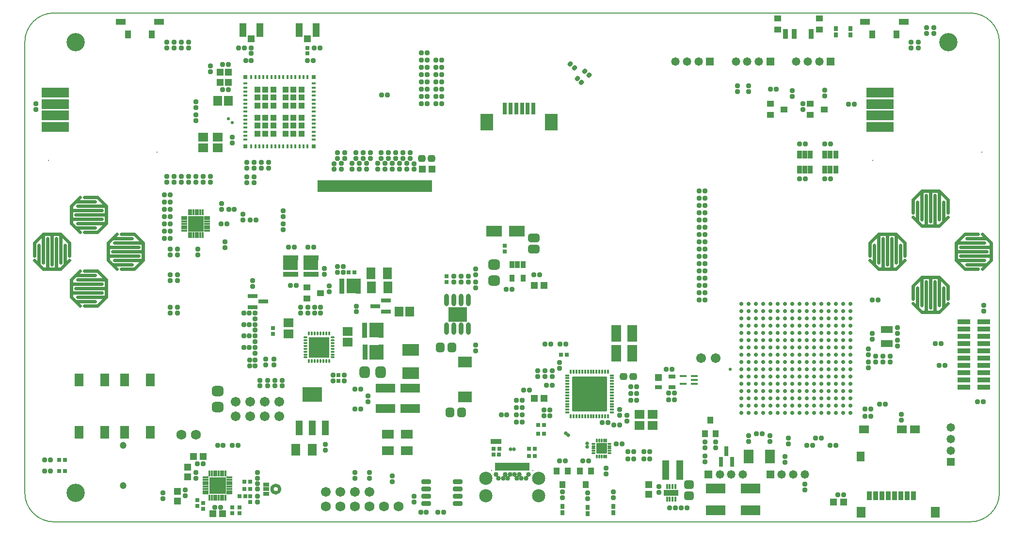
<source format=gts>
G04*
G04 #@! TF.GenerationSoftware,Altium Limited,Altium Designer,18.1.7 (191)*
G04*
G04 Layer_Color=8388736*
%FSLAX24Y24*%
%MOIN*%
G70*
G01*
G75*
%ADD13C,0.0236*%
%ADD14C,0.0060*%
%ADD100R,0.0460X0.0140*%
%ADD101R,0.0670X0.0940*%
%ADD118R,0.0316X0.0828*%
%ADD119R,0.0907X0.1182*%
G04:AMPARAMS|DCode=120|XSize=33.6mil|YSize=31.6mil|CornerRadius=9.9mil|HoleSize=0mil|Usage=FLASHONLY|Rotation=0.000|XOffset=0mil|YOffset=0mil|HoleType=Round|Shape=RoundedRectangle|*
%AMROUNDEDRECTD120*
21,1,0.0336,0.0118,0,0,0.0*
21,1,0.0138,0.0316,0,0,0.0*
1,1,0.0198,0.0069,-0.0059*
1,1,0.0198,-0.0069,-0.0059*
1,1,0.0198,-0.0069,0.0059*
1,1,0.0198,0.0069,0.0059*
%
%ADD120ROUNDEDRECTD120*%
G04:AMPARAMS|DCode=121|XSize=33.6mil|YSize=31.6mil|CornerRadius=9.9mil|HoleSize=0mil|Usage=FLASHONLY|Rotation=270.000|XOffset=0mil|YOffset=0mil|HoleType=Round|Shape=RoundedRectangle|*
%AMROUNDEDRECTD121*
21,1,0.0336,0.0118,0,0,270.0*
21,1,0.0138,0.0316,0,0,270.0*
1,1,0.0198,-0.0059,-0.0069*
1,1,0.0198,-0.0059,0.0069*
1,1,0.0198,0.0059,0.0069*
1,1,0.0198,0.0059,-0.0069*
%
%ADD121ROUNDEDRECTD121*%
G04:AMPARAMS|DCode=122|XSize=33.6mil|YSize=31.6mil|CornerRadius=9.9mil|HoleSize=0mil|Usage=FLASHONLY|Rotation=225.000|XOffset=0mil|YOffset=0mil|HoleType=Round|Shape=RoundedRectangle|*
%AMROUNDEDRECTD122*
21,1,0.0336,0.0118,0,0,225.0*
21,1,0.0138,0.0316,0,0,225.0*
1,1,0.0198,-0.0090,-0.0007*
1,1,0.0198,0.0007,0.0090*
1,1,0.0198,0.0090,0.0007*
1,1,0.0198,-0.0007,-0.0090*
%
%ADD122ROUNDEDRECTD122*%
%ADD123R,0.0400X0.0240*%
%ADD124R,0.0240X0.0400*%
%ADD125R,0.0513X0.0474*%
%ADD126R,0.0316X0.0277*%
G04:AMPARAMS|DCode=127|XSize=67.1mil|YSize=59.2mil|CornerRadius=16.8mil|HoleSize=0mil|Usage=FLASHONLY|Rotation=180.000|XOffset=0mil|YOffset=0mil|HoleType=Round|Shape=RoundedRectangle|*
%AMROUNDEDRECTD127*
21,1,0.0671,0.0256,0,0,180.0*
21,1,0.0335,0.0592,0,0,180.0*
1,1,0.0336,-0.0167,0.0128*
1,1,0.0336,0.0167,0.0128*
1,1,0.0336,0.0167,-0.0128*
1,1,0.0336,-0.0167,-0.0128*
%
%ADD127ROUNDEDRECTD127*%
%ADD128R,0.0513X0.1340*%
G04:AMPARAMS|DCode=129|XSize=67.1mil|YSize=59.2mil|CornerRadius=16.8mil|HoleSize=0mil|Usage=FLASHONLY|Rotation=90.000|XOffset=0mil|YOffset=0mil|HoleType=Round|Shape=RoundedRectangle|*
%AMROUNDEDRECTD129*
21,1,0.0671,0.0256,0,0,90.0*
21,1,0.0335,0.0592,0,0,90.0*
1,1,0.0336,0.0128,0.0167*
1,1,0.0336,0.0128,-0.0167*
1,1,0.0336,-0.0128,-0.0167*
1,1,0.0336,-0.0128,0.0167*
%
%ADD129ROUNDEDRECTD129*%
G04:AMPARAMS|DCode=130|XSize=47.4mil|YSize=51.3mil|CornerRadius=13.8mil|HoleSize=0mil|Usage=FLASHONLY|Rotation=270.000|XOffset=0mil|YOffset=0mil|HoleType=Round|Shape=RoundedRectangle|*
%AMROUNDEDRECTD130*
21,1,0.0474,0.0236,0,0,270.0*
21,1,0.0197,0.0513,0,0,270.0*
1,1,0.0277,-0.0118,-0.0098*
1,1,0.0277,-0.0118,0.0098*
1,1,0.0277,0.0118,0.0098*
1,1,0.0277,0.0118,-0.0098*
%
%ADD130ROUNDEDRECTD130*%
%ADD131R,0.0277X0.0316*%
%ADD132R,0.0493X0.0946*%
%ADD133R,0.0493X0.0474*%
%ADD134R,0.0324X0.0552*%
%ADD135R,0.0631X0.0907*%
%ADD136R,0.1330X0.0680*%
%ADD137R,0.0474X0.0415*%
%ADD138R,0.0474X0.0415*%
%ADD139R,0.1379X0.1025*%
%ADD140R,0.0474X0.1025*%
%ADD141R,0.0690X0.0297*%
%ADD142R,0.0474X0.0316*%
%ADD143R,0.0474X0.0474*%
G04:AMPARAMS|DCode=144|XSize=31.6mil|YSize=65.1mil|CornerRadius=6mil|HoleSize=0mil|Usage=FLASHONLY|Rotation=270.000|XOffset=0mil|YOffset=0mil|HoleType=Round|Shape=RoundedRectangle|*
%AMROUNDEDRECTD144*
21,1,0.0316,0.0531,0,0,270.0*
21,1,0.0196,0.0651,0,0,270.0*
1,1,0.0120,-0.0265,-0.0098*
1,1,0.0120,-0.0265,0.0098*
1,1,0.0120,0.0265,0.0098*
1,1,0.0120,0.0265,-0.0098*
%
%ADD144ROUNDEDRECTD144*%
G04:AMPARAMS|DCode=145|XSize=28.6mil|YSize=14.8mil|CornerRadius=4.5mil|HoleSize=0mil|Usage=FLASHONLY|Rotation=0.000|XOffset=0mil|YOffset=0mil|HoleType=Round|Shape=RoundedRectangle|*
%AMROUNDEDRECTD145*
21,1,0.0286,0.0059,0,0,0.0*
21,1,0.0197,0.0148,0,0,0.0*
1,1,0.0089,0.0098,-0.0030*
1,1,0.0089,-0.0098,-0.0030*
1,1,0.0089,-0.0098,0.0030*
1,1,0.0089,0.0098,0.0030*
%
%ADD145ROUNDEDRECTD145*%
G04:AMPARAMS|DCode=146|XSize=28.6mil|YSize=14.8mil|CornerRadius=4.5mil|HoleSize=0mil|Usage=FLASHONLY|Rotation=90.000|XOffset=0mil|YOffset=0mil|HoleType=Round|Shape=RoundedRectangle|*
%AMROUNDEDRECTD146*
21,1,0.0286,0.0059,0,0,90.0*
21,1,0.0197,0.0148,0,0,90.0*
1,1,0.0089,0.0030,0.0098*
1,1,0.0089,0.0030,-0.0098*
1,1,0.0089,-0.0030,-0.0098*
1,1,0.0089,-0.0030,0.0098*
%
%ADD146ROUNDEDRECTD146*%
G04:AMPARAMS|DCode=147|XSize=240.3mil|YSize=240.3mil|CornerRadius=6.3mil|HoleSize=0mil|Usage=FLASHONLY|Rotation=90.000|XOffset=0mil|YOffset=0mil|HoleType=Round|Shape=RoundedRectangle|*
%AMROUNDEDRECTD147*
21,1,0.2403,0.2276,0,0,90.0*
21,1,0.2276,0.2403,0,0,90.0*
1,1,0.0126,0.1138,0.1138*
1,1,0.0126,0.1138,-0.1138*
1,1,0.0126,-0.1138,-0.1138*
1,1,0.0126,-0.1138,0.1138*
%
%ADD147ROUNDEDRECTD147*%
G04:AMPARAMS|DCode=148|XSize=11.9mil|YSize=27.6mil|CornerRadius=4mil|HoleSize=0mil|Usage=FLASHONLY|Rotation=0.000|XOffset=0mil|YOffset=0mil|HoleType=Round|Shape=RoundedRectangle|*
%AMROUNDEDRECTD148*
21,1,0.0119,0.0197,0,0,0.0*
21,1,0.0039,0.0276,0,0,0.0*
1,1,0.0079,0.0020,-0.0098*
1,1,0.0079,-0.0020,-0.0098*
1,1,0.0079,-0.0020,0.0098*
1,1,0.0079,0.0020,0.0098*
%
%ADD148ROUNDEDRECTD148*%
G04:AMPARAMS|DCode=149|XSize=11.9mil|YSize=27.6mil|CornerRadius=4mil|HoleSize=0mil|Usage=FLASHONLY|Rotation=270.000|XOffset=0mil|YOffset=0mil|HoleType=Round|Shape=RoundedRectangle|*
%AMROUNDEDRECTD149*
21,1,0.0119,0.0197,0,0,270.0*
21,1,0.0039,0.0276,0,0,270.0*
1,1,0.0079,-0.0098,-0.0020*
1,1,0.0079,-0.0098,0.0020*
1,1,0.0079,0.0098,0.0020*
1,1,0.0079,0.0098,-0.0020*
%
%ADD149ROUNDEDRECTD149*%
G04:AMPARAMS|DCode=150|XSize=72.9mil|YSize=72.9mil|CornerRadius=5mil|HoleSize=0mil|Usage=FLASHONLY|Rotation=90.000|XOffset=0mil|YOffset=0mil|HoleType=Round|Shape=RoundedRectangle|*
%AMROUNDEDRECTD150*
21,1,0.0729,0.0629,0,0,90.0*
21,1,0.0629,0.0729,0,0,90.0*
1,1,0.0100,0.0315,0.0315*
1,1,0.0100,0.0315,-0.0315*
1,1,0.0100,-0.0315,-0.0315*
1,1,0.0100,-0.0315,0.0315*
%
%ADD150ROUNDEDRECTD150*%
%ADD151R,0.0100X0.0100*%
%ADD152R,0.0100X0.0100*%
%ADD153R,0.0395X0.0316*%
%ADD154R,0.1398X0.1398*%
%ADD155O,0.0134X0.0276*%
%ADD156O,0.0276X0.0134*%
%ADD157R,0.1379X0.0631*%
G04:AMPARAMS|DCode=158|XSize=78.9mil|YSize=71mil|CornerRadius=19.7mil|HoleSize=0mil|Usage=FLASHONLY|Rotation=0.000|XOffset=0mil|YOffset=0mil|HoleType=Round|Shape=RoundedRectangle|*
%AMROUNDEDRECTD158*
21,1,0.0789,0.0315,0,0,0.0*
21,1,0.0394,0.0710,0,0,0.0*
1,1,0.0395,0.0197,-0.0157*
1,1,0.0395,-0.0197,-0.0157*
1,1,0.0395,-0.0197,0.0157*
1,1,0.0395,0.0197,0.0157*
%
%ADD158ROUNDEDRECTD158*%
%ADD159R,0.0154X0.0370*%
%ADD160R,0.1039X0.0409*%
%ADD161R,0.0385X0.0169*%
%ADD162R,0.0169X0.0385*%
%ADD163R,0.1123X0.1123*%
%ADD164R,0.0435X0.0179*%
%ADD165R,0.0179X0.0435*%
%ADD166R,0.1050X0.1050*%
%ADD167R,0.0828X0.1045*%
%ADD168R,0.0328X0.0277*%
%ADD169R,0.0360X0.0670*%
%ADD170R,0.0470X0.0400*%
G04:AMPARAMS|DCode=171|XSize=27.7mil|YSize=27.7mil|CornerRadius=13.8mil|HoleSize=0mil|Usage=FLASHONLY|Rotation=180.000|XOffset=0mil|YOffset=0mil|HoleType=Round|Shape=RoundedRectangle|*
%AMROUNDEDRECTD171*
21,1,0.0277,0.0000,0,0,180.0*
21,1,0.0000,0.0277,0,0,180.0*
1,1,0.0277,0.0000,0.0000*
1,1,0.0277,0.0000,0.0000*
1,1,0.0277,0.0000,0.0000*
1,1,0.0277,0.0000,0.0000*
%
%ADD171ROUNDEDRECTD171*%
%ADD172R,0.0295X0.0295*%
%ADD173R,0.0295X0.0157*%
%ADD174R,0.0157X0.0295*%
%ADD175R,0.0393X0.0393*%
%ADD176R,0.0533X0.0671*%
%ADD177R,0.0671X0.0533*%
%ADD178R,0.0354X0.0630*%
%ADD179R,0.0631X0.0749*%
%ADD180R,0.0336X0.0513*%
G04:AMPARAMS|DCode=181|XSize=78.9mil|YSize=59.2mil|CornerRadius=16.8mil|HoleSize=0mil|Usage=FLASHONLY|Rotation=180.000|XOffset=0mil|YOffset=0mil|HoleType=Round|Shape=RoundedRectangle|*
%AMROUNDEDRECTD181*
21,1,0.0789,0.0256,0,0,180.0*
21,1,0.0453,0.0592,0,0,180.0*
1,1,0.0336,-0.0226,0.0128*
1,1,0.0336,0.0226,0.0128*
1,1,0.0336,0.0226,-0.0128*
1,1,0.0336,-0.0226,-0.0128*
%
%ADD181ROUNDEDRECTD181*%
%ADD182R,0.0454X0.0493*%
%ADD183R,0.1851X0.0670*%
%ADD184R,0.1178X0.0834*%
%ADD185R,0.0218X0.0789*%
%ADD186R,0.0206X0.0789*%
%ADD187C,0.1260*%
%ADD188R,0.0789X0.0474*%
%ADD189R,0.0210X0.0525*%
%ADD190R,0.0493X0.0356*%
%ADD191R,0.0285X0.0356*%
%ADD192R,0.1064X0.0749*%
%ADD193R,0.0277X0.0356*%
%ADD194O,0.0316X0.0867*%
%ADD195R,0.1300X0.1025*%
%ADD196R,0.0950X0.0750*%
%ADD197R,0.0611X0.0808*%
%ADD198R,0.0671X0.0592*%
%ADD199R,0.0474X0.0513*%
%ADD200R,0.0710X0.1143*%
%ADD201R,0.0887X0.0379*%
%ADD202R,0.0297X0.0690*%
%ADD203R,0.0415X0.0474*%
%ADD204R,0.0415X0.0474*%
%ADD205R,0.0592X0.0671*%
%ADD206R,0.0808X0.0611*%
%ADD207R,0.1045X0.0828*%
%ADD208R,0.0277X0.0328*%
G04:AMPARAMS|DCode=209|XSize=78.9mil|YSize=71mil|CornerRadius=19.7mil|HoleSize=0mil|Usage=FLASHONLY|Rotation=90.000|XOffset=0mil|YOffset=0mil|HoleType=Round|Shape=RoundedRectangle|*
%AMROUNDEDRECTD209*
21,1,0.0789,0.0315,0,0,90.0*
21,1,0.0394,0.0710,0,0,90.0*
1,1,0.0395,0.0157,0.0197*
1,1,0.0395,0.0157,-0.0197*
1,1,0.0395,-0.0157,-0.0197*
1,1,0.0395,-0.0157,0.0197*
%
%ADD209ROUNDEDRECTD209*%
%ADD210R,0.0651X0.0395*%
%ADD211R,0.0434X0.0580*%
%ADD212C,0.0240*%
%ADD213C,0.0210*%
%ADD214C,0.0671*%
%ADD215C,0.0580*%
%ADD216R,0.0564X0.0564*%
%ADD217C,0.0680*%
%ADD218C,0.0237*%
%ADD219C,0.0039*%
%ADD220C,0.0030*%
%ADD221C,0.0080*%
%ADD222C,0.0474*%
%ADD223C,0.0336*%
%ADD224C,0.0907*%
%ADD225R,0.0564X0.0564*%
%ADD226C,0.0277*%
%ADD227C,0.0260*%
D13*
X-15987Y2248D02*
G03*
X-15987Y2248I-261J0D01*
G01*
D14*
X-31500Y35000D02*
G03*
X-33500Y33000I0J-2000D01*
G01*
X33500Y33000D02*
G03*
X31500Y35000I-2000J-0D01*
G01*
X31500Y0D02*
G03*
X33500Y2000I-0J2000D01*
G01*
X-33500Y2000D02*
G03*
X-31500Y-0I2000J0D01*
G01*
X-33500Y2000D02*
X-33500Y33000D01*
X-31500Y35000D02*
X31500Y35000D01*
X33500Y33000D02*
X33500Y2000D01*
X-31500Y-0D02*
X31500Y0D01*
D100*
X11750Y9500D02*
D03*
X11750Y10012D02*
D03*
X12510Y10012D02*
D03*
X12510Y9756D02*
D03*
X12510Y9500D02*
D03*
D101*
X16270Y4500D02*
D03*
X17730Y4500D02*
D03*
D118*
X-501Y28415D02*
D03*
X-107Y28415D02*
D03*
X287Y28415D02*
D03*
X680Y28415D02*
D03*
X1074Y28415D02*
D03*
X1468Y28415D02*
D03*
D119*
X-1741Y27490D02*
D03*
X2708Y27490D02*
D03*
D120*
X13997Y5106D02*
D03*
X13997Y5500D02*
D03*
X13247Y5500D02*
D03*
X13247Y5106D02*
D03*
X13247Y4528D02*
D03*
X13247Y4135D02*
D03*
X-22250Y23353D02*
D03*
X-22250Y23747D02*
D03*
X-22750Y23750D02*
D03*
X-22750Y23356D02*
D03*
X18750Y4500D02*
D03*
X18750Y4106D02*
D03*
X-12900Y17020D02*
D03*
X-12900Y17413D02*
D03*
X-17841Y16600D02*
D03*
X-17841Y16206D02*
D03*
X-14527Y14747D02*
D03*
X-14527Y14353D02*
D03*
X-13572Y14362D02*
D03*
X-13572Y14756D02*
D03*
X-14027Y14750D02*
D03*
X-14027Y14356D02*
D03*
X-12577Y16232D02*
D03*
X-12577Y15839D02*
D03*
X-13178Y14362D02*
D03*
X-13178Y14756D02*
D03*
X-11532Y9684D02*
D03*
X-11532Y10078D02*
D03*
X-17348Y9349D02*
D03*
X-17348Y9743D02*
D03*
X-16798Y9743D02*
D03*
X-16798Y9349D02*
D03*
X-16298Y9349D02*
D03*
X-16298Y9743D02*
D03*
X-15798Y9743D02*
D03*
X-15798Y9349D02*
D03*
X-6750Y1356D02*
D03*
X-6750Y1750D02*
D03*
X2206Y7700D02*
D03*
X2206Y7306D02*
D03*
X5200Y1589D02*
D03*
X5200Y1983D02*
D03*
X24500Y11500D02*
D03*
X24500Y11894D02*
D03*
X24746Y12557D02*
D03*
X24746Y12950D02*
D03*
X24504Y10605D02*
D03*
X24504Y10999D02*
D03*
X-12320Y9684D02*
D03*
X-12320Y10078D02*
D03*
X-21750Y23750D02*
D03*
X-21750Y23356D02*
D03*
X-19752Y19250D02*
D03*
X-19752Y18856D02*
D03*
X-16750Y24321D02*
D03*
X-16750Y24714D02*
D03*
X-17250Y24714D02*
D03*
X-17250Y24321D02*
D03*
X-18250Y24321D02*
D03*
X-18250Y24714D02*
D03*
X-17750Y24714D02*
D03*
X-17750Y24321D02*
D03*
X-20750Y31358D02*
D03*
X-20750Y30964D02*
D03*
X-21750Y27606D02*
D03*
X-21750Y28000D02*
D03*
X-21750Y28500D02*
D03*
X-21750Y28894D02*
D03*
X-18250Y23714D02*
D03*
X-18250Y23321D02*
D03*
X-17750Y23321D02*
D03*
X-17750Y23714D02*
D03*
X16250Y30000D02*
D03*
X16250Y29606D02*
D03*
X15500Y29606D02*
D03*
X15500Y30000D02*
D03*
X26776Y7000D02*
D03*
X26776Y7394D02*
D03*
X-15747Y20106D02*
D03*
X-15747Y20500D02*
D03*
X-15750Y21394D02*
D03*
X-15750Y21000D02*
D03*
X-23750Y33000D02*
D03*
X-23750Y32606D02*
D03*
X27431Y32606D02*
D03*
X27431Y33000D02*
D03*
X-23003Y18750D02*
D03*
X-23003Y18356D02*
D03*
X-23000Y16606D02*
D03*
X-23000Y17000D02*
D03*
X-23000Y14353D02*
D03*
X-23000Y14747D02*
D03*
X-23250Y23353D02*
D03*
X-23250Y23747D02*
D03*
X-19986Y21894D02*
D03*
X-19986Y21500D02*
D03*
X7380Y7713D02*
D03*
X7380Y7320D02*
D03*
X-20751Y23750D02*
D03*
X-20751Y23356D02*
D03*
X-18500Y20750D02*
D03*
X-18500Y21144D02*
D03*
X-11516Y25000D02*
D03*
X-11516Y25394D02*
D03*
X19997Y28750D02*
D03*
X19997Y28356D02*
D03*
X-24000Y2000D02*
D03*
X-24000Y1606D02*
D03*
X-17500Y2642D02*
D03*
X-17500Y2248D02*
D03*
X-17500Y1750D02*
D03*
X-17500Y1356D02*
D03*
X-4000Y16500D02*
D03*
X-4000Y16894D02*
D03*
X-8250Y2750D02*
D03*
X-8250Y3144D02*
D03*
X1750Y10002D02*
D03*
X1750Y10396D02*
D03*
X2250Y10002D02*
D03*
X2250Y10396D02*
D03*
X3250Y10944D02*
D03*
X3250Y10550D02*
D03*
X3450Y2050D02*
D03*
X3450Y1656D02*
D03*
X2754Y10396D02*
D03*
X2754Y10002D02*
D03*
X-2501Y17394D02*
D03*
X-2501Y17000D02*
D03*
X-3000Y16894D02*
D03*
X-3000Y16500D02*
D03*
X19250Y29644D02*
D03*
X19250Y29250D02*
D03*
X6952Y2050D02*
D03*
X6952Y1656D02*
D03*
X21500Y29697D02*
D03*
X21500Y29303D02*
D03*
X-10800Y2997D02*
D03*
X-10800Y3391D02*
D03*
X-9800Y3396D02*
D03*
X-9800Y3002D02*
D03*
X-6750Y24247D02*
D03*
X-6750Y24640D02*
D03*
X-7000Y25394D02*
D03*
X-7000Y25000D02*
D03*
X-7250Y24250D02*
D03*
X-7250Y24644D02*
D03*
X-7500Y25394D02*
D03*
X-7500Y25000D02*
D03*
X-7750Y24250D02*
D03*
X-7750Y24644D02*
D03*
X-8002Y25394D02*
D03*
X-8002Y25000D02*
D03*
X-8250Y24250D02*
D03*
X-8250Y24644D02*
D03*
X-8500Y25394D02*
D03*
X-8500Y25000D02*
D03*
X-8750Y24250D02*
D03*
X-8750Y24644D02*
D03*
X-8991Y25394D02*
D03*
X-8991Y25000D02*
D03*
X-9250Y24250D02*
D03*
X-9250Y24644D02*
D03*
X-9750Y25397D02*
D03*
X-9750Y25003D02*
D03*
X-10000Y24253D02*
D03*
X-10000Y24647D02*
D03*
X-10250Y25397D02*
D03*
X-10250Y25003D02*
D03*
X-10500Y24253D02*
D03*
X-10500Y24647D02*
D03*
X-10750Y25397D02*
D03*
X-10750Y25003D02*
D03*
X-12250Y24247D02*
D03*
X-12250Y24640D02*
D03*
X-12000Y25394D02*
D03*
X-12000Y25000D02*
D03*
X-11750Y24250D02*
D03*
X-11750Y24644D02*
D03*
X-11000Y24644D02*
D03*
X-11000Y24250D02*
D03*
X20112Y2600D02*
D03*
X20112Y2206D02*
D03*
X32421Y14503D02*
D03*
X32421Y14897D02*
D03*
X-22747Y32606D02*
D03*
X-22747Y33000D02*
D03*
X28497Y34000D02*
D03*
X28497Y33606D02*
D03*
X-9900Y8253D02*
D03*
X-9900Y8647D02*
D03*
X-16950Y10802D02*
D03*
X-16950Y11196D02*
D03*
X-10698Y14446D02*
D03*
X-10698Y14839D02*
D03*
X26500Y12956D02*
D03*
X26500Y13350D02*
D03*
X26500Y12494D02*
D03*
X26500Y12100D02*
D03*
X17730Y5914D02*
D03*
X17730Y5520D02*
D03*
X16270Y5914D02*
D03*
X16270Y5520D02*
D03*
X-17929Y32608D02*
D03*
X-17929Y32214D02*
D03*
X29000Y33606D02*
D03*
X29000Y34000D02*
D03*
X25500Y11393D02*
D03*
X25500Y10999D02*
D03*
X24999Y11394D02*
D03*
X24999Y11000D02*
D03*
X26000Y11393D02*
D03*
X26000Y10999D02*
D03*
X-21600Y18750D02*
D03*
X-21600Y18356D02*
D03*
X-19250Y26464D02*
D03*
X-19250Y26071D02*
D03*
X-17668Y14362D02*
D03*
X-17668Y13968D02*
D03*
X-17668Y13575D02*
D03*
X-17668Y13181D02*
D03*
X-17668Y12787D02*
D03*
X-17668Y12394D02*
D03*
X-17668Y12000D02*
D03*
X-17668Y11606D02*
D03*
X7891Y6926D02*
D03*
X7891Y7320D02*
D03*
X-16377Y10803D02*
D03*
X-16377Y11197D02*
D03*
X-23250Y33000D02*
D03*
X-23250Y32606D02*
D03*
X27931Y32606D02*
D03*
X27931Y33000D02*
D03*
X-23503Y18750D02*
D03*
X-23503Y18356D02*
D03*
X-23503Y14747D02*
D03*
X-23503Y14353D02*
D03*
X-23750Y23353D02*
D03*
X-23750Y23747D02*
D03*
X-21251Y23356D02*
D03*
X-21251Y23750D02*
D03*
X-17500Y3394D02*
D03*
X-17500Y3000D02*
D03*
X-22473Y1791D02*
D03*
X-22473Y2184D02*
D03*
X-21750Y3394D02*
D03*
X-21750Y3000D02*
D03*
X-32750Y28750D02*
D03*
X-32750Y28356D02*
D03*
X2600Y7306D02*
D03*
X2600Y7700D02*
D03*
X10094Y2410D02*
D03*
X10094Y2016D02*
D03*
X-2501Y11750D02*
D03*
X-2501Y12144D02*
D03*
X-2500Y16106D02*
D03*
X-2500Y16500D02*
D03*
X-3500Y16500D02*
D03*
X-3500Y16894D02*
D03*
X6450Y3700D02*
D03*
X6450Y3306D02*
D03*
X-12844Y4918D02*
D03*
X-12844Y5312D02*
D03*
X-23500Y16606D02*
D03*
X-23500Y17000D02*
D03*
X19004Y5356D02*
D03*
X19004Y5750D02*
D03*
X-22250Y32606D02*
D03*
X-22250Y33000D02*
D03*
D121*
X11000Y10500D02*
D03*
X10606Y10500D02*
D03*
X11150Y8400D02*
D03*
X10756Y8400D02*
D03*
X11153Y8850D02*
D03*
X10759Y8850D02*
D03*
X-18323Y31714D02*
D03*
X-17929Y31714D02*
D03*
X-18400Y32608D02*
D03*
X-18794Y32608D02*
D03*
X-13677Y31714D02*
D03*
X-14071Y31714D02*
D03*
X-13600Y32608D02*
D03*
X-13206Y32608D02*
D03*
X12861Y22250D02*
D03*
X13255Y22250D02*
D03*
X13250Y17253D02*
D03*
X12856Y17253D02*
D03*
X12852Y16253D02*
D03*
X13246Y16253D02*
D03*
X13250Y15751D02*
D03*
X12856Y15751D02*
D03*
X12856Y15250D02*
D03*
X13250Y15250D02*
D03*
X12852Y22750D02*
D03*
X13246Y22750D02*
D03*
X13250Y21753D02*
D03*
X12856Y21753D02*
D03*
X12852Y21250D02*
D03*
X13246Y21250D02*
D03*
X13250Y20751D02*
D03*
X12856Y20751D02*
D03*
X12852Y20250D02*
D03*
X13246Y20250D02*
D03*
X13250Y19754D02*
D03*
X12856Y19754D02*
D03*
X12852Y19250D02*
D03*
X13246Y19250D02*
D03*
X13250Y18750D02*
D03*
X12856Y18750D02*
D03*
X12856Y18248D02*
D03*
X13250Y18248D02*
D03*
X13250Y17750D02*
D03*
X12856Y17750D02*
D03*
X12852Y16750D02*
D03*
X13246Y16750D02*
D03*
X-15245Y16250D02*
D03*
X-14852Y16250D02*
D03*
X-18062Y14362D02*
D03*
X-18456Y14362D02*
D03*
X-18062Y13575D02*
D03*
X-18456Y13575D02*
D03*
X-11604Y17563D02*
D03*
X-11997Y17563D02*
D03*
X-11997Y17150D02*
D03*
X-11604Y17150D02*
D03*
X-18062Y12787D02*
D03*
X-18456Y12787D02*
D03*
X-18062Y12000D02*
D03*
X-18456Y12000D02*
D03*
X-18054Y10720D02*
D03*
X-17661Y10720D02*
D03*
X-17661Y11114D02*
D03*
X-18054Y11114D02*
D03*
X-4706Y649D02*
D03*
X-5100Y649D02*
D03*
X306Y7350D02*
D03*
X700Y7350D02*
D03*
X306Y7852D02*
D03*
X700Y7852D02*
D03*
X16803Y6053D02*
D03*
X17197Y6053D02*
D03*
X-5250Y31250D02*
D03*
X-4856Y31250D02*
D03*
X-4856Y30750D02*
D03*
X-5250Y30750D02*
D03*
X-5250Y30250D02*
D03*
X-4856Y30250D02*
D03*
X-4856Y29750D02*
D03*
X-5250Y29750D02*
D03*
X-5250Y28750D02*
D03*
X-4856Y28750D02*
D03*
X-4856Y29250D02*
D03*
X-5250Y29250D02*
D03*
X-5250Y31750D02*
D03*
X-4856Y31750D02*
D03*
X-5856Y29250D02*
D03*
X-6250Y29250D02*
D03*
X-6250Y28750D02*
D03*
X-5856Y28750D02*
D03*
X-5856Y29750D02*
D03*
X-6250Y29750D02*
D03*
X-6250Y30250D02*
D03*
X-5856Y30250D02*
D03*
X-5856Y30750D02*
D03*
X-6250Y30750D02*
D03*
X-6250Y31250D02*
D03*
X-5856Y31250D02*
D03*
X-5856Y31750D02*
D03*
X-6250Y31750D02*
D03*
X24250Y7250D02*
D03*
X24644Y7250D02*
D03*
X25647Y8100D02*
D03*
X25253Y8100D02*
D03*
X20257Y5250D02*
D03*
X20651Y5250D02*
D03*
X20856Y5750D02*
D03*
X21250Y5750D02*
D03*
X22250Y5251D02*
D03*
X21856Y5251D02*
D03*
X24644Y7750D02*
D03*
X24250Y7750D02*
D03*
X-1Y16000D02*
D03*
X-394Y16000D02*
D03*
X-23894Y21000D02*
D03*
X-23500Y21000D02*
D03*
X-23894Y22500D02*
D03*
X-23500Y22500D02*
D03*
X-23500Y19500D02*
D03*
X-23894Y19500D02*
D03*
X6198Y6828D02*
D03*
X6592Y6828D02*
D03*
X-5856Y32249D02*
D03*
X-6250Y32249D02*
D03*
X-31750Y3500D02*
D03*
X-32144Y3500D02*
D03*
X-32144Y4250D02*
D03*
X-31750Y4250D02*
D03*
X3700Y12233D02*
D03*
X3306Y12233D02*
D03*
X2253Y12233D02*
D03*
X2646Y12233D02*
D03*
X-358Y7350D02*
D03*
X-752Y7350D02*
D03*
X806Y9051D02*
D03*
X1200Y9051D02*
D03*
X8167Y9286D02*
D03*
X8561Y9286D02*
D03*
X8544Y8835D02*
D03*
X8150Y8835D02*
D03*
X8344Y4314D02*
D03*
X7950Y4314D02*
D03*
X7950Y4814D02*
D03*
X8344Y4814D02*
D03*
X4853Y4204D02*
D03*
X5247Y4204D02*
D03*
X3647Y4204D02*
D03*
X3253Y4204D02*
D03*
X9450Y4314D02*
D03*
X9056Y4314D02*
D03*
X9056Y4814D02*
D03*
X9450Y4814D02*
D03*
X8544Y8350D02*
D03*
X8150Y8350D02*
D03*
X12017Y946D02*
D03*
X11623Y946D02*
D03*
X10841Y946D02*
D03*
X11234Y946D02*
D03*
X18144Y29750D02*
D03*
X17750Y29750D02*
D03*
X25144Y15267D02*
D03*
X24750Y15267D02*
D03*
X-19250Y5250D02*
D03*
X-18856Y5250D02*
D03*
X-20252Y5250D02*
D03*
X-19858Y5250D02*
D03*
X29356Y10750D02*
D03*
X29750Y10750D02*
D03*
X31994Y8250D02*
D03*
X32387Y8250D02*
D03*
X-8957Y29350D02*
D03*
X-8563Y29350D02*
D03*
X-10421Y7751D02*
D03*
X-10815Y7751D02*
D03*
X-10421Y9129D02*
D03*
X-10815Y9129D02*
D03*
X-13631Y18890D02*
D03*
X-14025Y18890D02*
D03*
X-14989Y18890D02*
D03*
X-15383Y18890D02*
D03*
X7547Y5365D02*
D03*
X7153Y5365D02*
D03*
X-19894Y29714D02*
D03*
X-19500Y29714D02*
D03*
X-23894Y20500D02*
D03*
X-23500Y20500D02*
D03*
X-20007Y20500D02*
D03*
X-19614Y20500D02*
D03*
X-19500Y31464D02*
D03*
X-19894Y31464D02*
D03*
X22385Y1850D02*
D03*
X22779Y1850D02*
D03*
X1499Y17000D02*
D03*
X1893Y17000D02*
D03*
X-23500Y21500D02*
D03*
X-23894Y21500D02*
D03*
X-23500Y22000D02*
D03*
X-23894Y22000D02*
D03*
X-23503Y20000D02*
D03*
X-23897Y20000D02*
D03*
X-19486Y21500D02*
D03*
X-19092Y21500D02*
D03*
X-18000Y20750D02*
D03*
X-17606Y20750D02*
D03*
X-20055Y1000D02*
D03*
X-20449Y1000D02*
D03*
X-21644Y4000D02*
D03*
X-21250Y4000D02*
D03*
X23510Y28740D02*
D03*
X23116Y28740D02*
D03*
X-5896Y650D02*
D03*
X-6289Y650D02*
D03*
X7380Y6670D02*
D03*
X6986Y6670D02*
D03*
X700Y8350D02*
D03*
X306Y8350D02*
D03*
X700Y6851D02*
D03*
X306Y6851D02*
D03*
X2356Y9400D02*
D03*
X2750Y9400D02*
D03*
X20144Y26000D02*
D03*
X19750Y26000D02*
D03*
X21500Y23600D02*
D03*
X21894Y23600D02*
D03*
X21894Y26000D02*
D03*
X21500Y26000D02*
D03*
X19750Y23600D02*
D03*
X20144Y23600D02*
D03*
X29106Y12253D02*
D03*
X29500Y12253D02*
D03*
D122*
X5278Y30722D02*
D03*
X5000Y31000D02*
D03*
X4000Y31500D02*
D03*
X4278Y31222D02*
D03*
X4776Y30222D02*
D03*
X4498Y30500D02*
D03*
D123*
X28758Y22745D02*
D03*
X28758Y20345D02*
D03*
X25805Y17393D02*
D03*
X25805Y19793D02*
D03*
X28758Y16840D02*
D03*
X28758Y14440D02*
D03*
X-31638Y17393D02*
D03*
X-31638Y19793D02*
D03*
D124*
X-30308Y16063D02*
D03*
X-27908Y16063D02*
D03*
X30511Y18593D02*
D03*
X32911Y18593D02*
D03*
X-25379Y18593D02*
D03*
X-27779Y18593D02*
D03*
X-30308Y21122D02*
D03*
X-27908Y21122D02*
D03*
D125*
X-5492Y24247D02*
D03*
X-6161Y24247D02*
D03*
X2208Y16250D02*
D03*
X1539Y16250D02*
D03*
X22109Y1350D02*
D03*
X22779Y1350D02*
D03*
X-21250Y4489D02*
D03*
X-21919Y4489D02*
D03*
X-20586Y550D02*
D03*
X-19917Y550D02*
D03*
X2200Y8501D02*
D03*
X1531Y8501D02*
D03*
D126*
X-16431Y13333D02*
D03*
X-16431Y12939D02*
D03*
X-11926Y9684D02*
D03*
X-11926Y10078D02*
D03*
X-14071Y32214D02*
D03*
X-14071Y32608D02*
D03*
X-501Y19000D02*
D03*
X-501Y18606D02*
D03*
X-18000Y1750D02*
D03*
X-18000Y1356D02*
D03*
X-21250Y903D02*
D03*
X-21250Y1297D02*
D03*
X-19250Y589D02*
D03*
X-19250Y983D02*
D03*
X-21650Y1106D02*
D03*
X-21650Y1500D02*
D03*
X-18750Y606D02*
D03*
X-18750Y1000D02*
D03*
X-4500Y16500D02*
D03*
X-4500Y16894D02*
D03*
D127*
X12144Y2569D02*
D03*
X12144Y1781D02*
D03*
D128*
X11510Y3563D02*
D03*
X10565Y3563D02*
D03*
D129*
X-3482Y7513D02*
D03*
X-4270Y7513D02*
D03*
X-4156Y12009D02*
D03*
X-4944Y12009D02*
D03*
D130*
X7665Y10000D02*
D03*
X8335Y10000D02*
D03*
X-6201Y25000D02*
D03*
X-5531Y25000D02*
D03*
D131*
X2200Y6670D02*
D03*
X1806Y6670D02*
D03*
X3750Y11500D02*
D03*
X3356Y11500D02*
D03*
X-11247Y17161D02*
D03*
X-10853Y17161D02*
D03*
X2200Y6048D02*
D03*
X1806Y6048D02*
D03*
X-31144Y3500D02*
D03*
X-30750Y3500D02*
D03*
X-31144Y4250D02*
D03*
X-30750Y4250D02*
D03*
X-18744Y1750D02*
D03*
X-18350Y1750D02*
D03*
X-18394Y2750D02*
D03*
X-18000Y2750D02*
D03*
X-18000Y2248D02*
D03*
X-18394Y2248D02*
D03*
X1553Y5042D02*
D03*
X1159Y5042D02*
D03*
X-1281Y5042D02*
D03*
X-887Y5042D02*
D03*
X1553Y4542D02*
D03*
X1159Y4542D02*
D03*
X-1288Y4611D02*
D03*
X-894Y4611D02*
D03*
D132*
X-13490Y33815D02*
D03*
X-14652Y33815D02*
D03*
X-17348Y33815D02*
D03*
X-18510Y33815D02*
D03*
D133*
X-14071Y33214D02*
D03*
X-17929Y33214D02*
D03*
D134*
X22248Y25250D02*
D03*
X21874Y25250D02*
D03*
X21500Y25250D02*
D03*
X22248Y24226D02*
D03*
X21874Y24226D02*
D03*
X21500Y24226D02*
D03*
X20497Y25250D02*
D03*
X20123Y25250D02*
D03*
X19749Y25250D02*
D03*
X20497Y24226D02*
D03*
X20123Y24226D02*
D03*
X19749Y24226D02*
D03*
D135*
X-24864Y6167D02*
D03*
X-26636Y6167D02*
D03*
X-26636Y9750D02*
D03*
X-24864Y9750D02*
D03*
X-28000Y6167D02*
D03*
X-29772Y6167D02*
D03*
X-29772Y9750D02*
D03*
X-28000Y9750D02*
D03*
D136*
X14000Y2280D02*
D03*
X16400Y2280D02*
D03*
X14000Y780D02*
D03*
X16400Y780D02*
D03*
D137*
X18695Y28376D02*
D03*
X17750Y28750D02*
D03*
X-14123Y16114D02*
D03*
X-13178Y15740D02*
D03*
X21445Y28376D02*
D03*
X20500Y28750D02*
D03*
D138*
X17750Y28002D02*
D03*
X-14123Y15366D02*
D03*
X20500Y28002D02*
D03*
D139*
X-13750Y8750D02*
D03*
D140*
X-12844Y6467D02*
D03*
X-13750Y6467D02*
D03*
X-14656Y6467D02*
D03*
D141*
X-8684Y14465D02*
D03*
X-8684Y15213D02*
D03*
X-9412Y14839D02*
D03*
X-17841Y15524D02*
D03*
X-17841Y14776D02*
D03*
X-17113Y15150D02*
D03*
D142*
X11000Y10004D02*
D03*
X11000Y9256D02*
D03*
X10055Y9256D02*
D03*
D143*
X10055Y9925D02*
D03*
D144*
X-3750Y1250D02*
D03*
X-3750Y1750D02*
D03*
X-3750Y2250D02*
D03*
X-3750Y2750D02*
D03*
X-5896Y1250D02*
D03*
X-5896Y1750D02*
D03*
X-5896Y2250D02*
D03*
X-5896Y2750D02*
D03*
D145*
X3777Y7713D02*
D03*
X3777Y7910D02*
D03*
X3777Y7517D02*
D03*
X3777Y8107D02*
D03*
X3777Y8304D02*
D03*
X3777Y8501D02*
D03*
X3777Y8698D02*
D03*
X3777Y8894D02*
D03*
X3777Y9091D02*
D03*
X3777Y9288D02*
D03*
X3777Y9485D02*
D03*
X3777Y9682D02*
D03*
X3777Y9879D02*
D03*
X3777Y10076D02*
D03*
X6848Y10076D02*
D03*
X6848Y9879D02*
D03*
X6848Y9682D02*
D03*
X6848Y9485D02*
D03*
X6848Y9288D02*
D03*
X6848Y9091D02*
D03*
X6848Y8894D02*
D03*
X6848Y8698D02*
D03*
X6848Y8501D02*
D03*
X6848Y8304D02*
D03*
X6848Y8107D02*
D03*
X6848Y7910D02*
D03*
X6848Y7713D02*
D03*
X6848Y7517D02*
D03*
D146*
X5608Y7261D02*
D03*
X5411Y7261D02*
D03*
X5214Y7261D02*
D03*
X5017Y7261D02*
D03*
X5805Y7261D02*
D03*
X6002Y7261D02*
D03*
X4033Y10331D02*
D03*
X4230Y10331D02*
D03*
X4427Y10331D02*
D03*
X4624Y10331D02*
D03*
X4820Y10331D02*
D03*
X5017Y10331D02*
D03*
X5214Y10331D02*
D03*
X5411Y10331D02*
D03*
X5608Y10331D02*
D03*
X5805Y10331D02*
D03*
X6002Y10331D02*
D03*
X6198Y10331D02*
D03*
X6395Y10331D02*
D03*
X6592Y10331D02*
D03*
X6592Y7261D02*
D03*
X6395Y7261D02*
D03*
X6198Y7261D02*
D03*
X4820Y7261D02*
D03*
X4624Y7261D02*
D03*
X4427Y7261D02*
D03*
X4230Y7261D02*
D03*
X4033Y7261D02*
D03*
D147*
X5313Y8796D02*
D03*
D148*
X5838Y4499D02*
D03*
X5996Y4499D02*
D03*
X6153Y4499D02*
D03*
X6311Y4499D02*
D03*
X6468Y4499D02*
D03*
X6468Y5601D02*
D03*
X6311Y5601D02*
D03*
X6153Y5601D02*
D03*
X5996Y5601D02*
D03*
X5838Y5601D02*
D03*
D149*
X6704Y4735D02*
D03*
X6704Y4893D02*
D03*
X6704Y5050D02*
D03*
X6704Y5207D02*
D03*
X6704Y5365D02*
D03*
X5602Y5365D02*
D03*
X5602Y5207D02*
D03*
X5602Y5050D02*
D03*
X5602Y4893D02*
D03*
X5602Y4735D02*
D03*
D150*
X6153Y5050D02*
D03*
D151*
X-16041Y2409D02*
D03*
X-16455Y2091D02*
D03*
D152*
X-16089Y2043D02*
D03*
X-16407Y2457D02*
D03*
D153*
X-16916Y1938D02*
D03*
X-16916Y2558D02*
D03*
X-16916Y2248D02*
D03*
D154*
X-13277Y12000D02*
D03*
D155*
X-13966Y12945D02*
D03*
X-13769Y12945D02*
D03*
X-13572Y12945D02*
D03*
X-13375Y12945D02*
D03*
X-13178Y12945D02*
D03*
X-12981Y12945D02*
D03*
X-12785Y12945D02*
D03*
X-12588Y12945D02*
D03*
X-12588Y11055D02*
D03*
X-12785Y11055D02*
D03*
X-12981Y11055D02*
D03*
X-13178Y11055D02*
D03*
X-13375Y11055D02*
D03*
X-13572Y11055D02*
D03*
X-13769Y11055D02*
D03*
X-13966Y11055D02*
D03*
D156*
X-12332Y12689D02*
D03*
X-12332Y12492D02*
D03*
X-12332Y12295D02*
D03*
X-12332Y12098D02*
D03*
X-12332Y11902D02*
D03*
X-12332Y11705D02*
D03*
X-12332Y11508D02*
D03*
X-12332Y11311D02*
D03*
X-14222Y11311D02*
D03*
X-14222Y11508D02*
D03*
X-14222Y11705D02*
D03*
X-14222Y11902D02*
D03*
X-14222Y12098D02*
D03*
X-14222Y12295D02*
D03*
X-14222Y12492D02*
D03*
X-14222Y12689D02*
D03*
D157*
X-7015Y7783D02*
D03*
X-7015Y9200D02*
D03*
X-8707Y9200D02*
D03*
X-8707Y7783D02*
D03*
D158*
X-1251Y16593D02*
D03*
X-1251Y17695D02*
D03*
X-20252Y7898D02*
D03*
X-20252Y9000D02*
D03*
D159*
X10644Y1563D02*
D03*
X10841Y1563D02*
D03*
X11037Y1563D02*
D03*
X11234Y1563D02*
D03*
X11234Y2429D02*
D03*
X11037Y2429D02*
D03*
X10841Y2429D02*
D03*
X10644Y2429D02*
D03*
D160*
X10939Y1996D02*
D03*
D161*
X-19425Y1950D02*
D03*
X-19425Y2108D02*
D03*
X-19425Y2265D02*
D03*
X-19425Y2423D02*
D03*
X-19425Y2580D02*
D03*
X-19425Y2738D02*
D03*
X-19425Y2895D02*
D03*
X-19425Y3053D02*
D03*
X-21079Y3053D02*
D03*
X-21079Y2895D02*
D03*
X-21079Y2738D02*
D03*
X-21079Y2580D02*
D03*
X-21079Y2423D02*
D03*
X-21079Y2265D02*
D03*
X-21079Y2108D02*
D03*
X-21079Y1950D02*
D03*
D162*
X-19701Y3328D02*
D03*
X-19858Y3328D02*
D03*
X-20016Y3328D02*
D03*
X-20173Y3328D02*
D03*
X-20331Y3328D02*
D03*
X-20488Y3328D02*
D03*
X-20645Y3328D02*
D03*
X-20803Y3328D02*
D03*
X-20803Y1675D02*
D03*
X-20645Y1675D02*
D03*
X-20488Y1675D02*
D03*
X-20331Y1675D02*
D03*
X-20173Y1675D02*
D03*
X-20016Y1675D02*
D03*
X-19858Y1675D02*
D03*
X-19701Y1675D02*
D03*
D163*
X-20252Y2502D02*
D03*
D164*
X-22528Y20972D02*
D03*
X-22528Y20815D02*
D03*
X-22528Y20657D02*
D03*
X-22528Y20500D02*
D03*
X-22528Y20343D02*
D03*
X-22528Y20185D02*
D03*
X-22528Y20028D02*
D03*
X-20972Y20028D02*
D03*
X-20972Y20185D02*
D03*
X-20972Y20343D02*
D03*
X-20972Y20500D02*
D03*
X-20972Y20657D02*
D03*
X-20972Y20815D02*
D03*
X-20972Y20972D02*
D03*
D165*
X-22222Y19722D02*
D03*
X-22065Y19722D02*
D03*
X-21907Y19722D02*
D03*
X-21750Y19722D02*
D03*
X-21593Y19722D02*
D03*
X-21435Y19722D02*
D03*
X-21278Y19722D02*
D03*
X-21278Y21278D02*
D03*
X-21435Y21278D02*
D03*
X-21593Y21278D02*
D03*
X-21750Y21278D02*
D03*
X-21907Y21278D02*
D03*
X-22065Y21278D02*
D03*
X-22222Y21278D02*
D03*
D166*
X-21750Y20500D02*
D03*
D167*
X-9419Y13181D02*
D03*
X-10980Y16222D02*
D03*
X-9403Y11665D02*
D03*
D168*
X-9007Y13565D02*
D03*
X-9007Y13309D02*
D03*
X-9007Y13053D02*
D03*
X-9007Y12797D02*
D03*
X-10137Y13565D02*
D03*
X-10137Y13309D02*
D03*
X-10137Y13053D02*
D03*
X-10137Y12797D02*
D03*
X-10568Y16606D02*
D03*
X-10568Y16350D02*
D03*
X-10568Y16094D02*
D03*
X-10568Y15839D02*
D03*
X-11698Y16606D02*
D03*
X-11698Y16350D02*
D03*
X-11698Y16094D02*
D03*
X-11698Y15839D02*
D03*
X-8991Y12049D02*
D03*
X-8991Y11793D02*
D03*
X-8991Y11537D02*
D03*
X-8991Y11281D02*
D03*
X-10121Y12049D02*
D03*
X-10121Y11793D02*
D03*
X-10121Y11537D02*
D03*
X-10121Y11281D02*
D03*
D169*
X19385Y33567D02*
D03*
X18795Y33567D02*
D03*
X20565Y33567D02*
D03*
D170*
X21120Y33867D02*
D03*
X21120Y34637D02*
D03*
X18250Y33867D02*
D03*
X18250Y34637D02*
D03*
D171*
X15750Y7500D02*
D03*
X15750Y8000D02*
D03*
X15750Y8500D02*
D03*
X15750Y9000D02*
D03*
X15750Y9500D02*
D03*
X15750Y10000D02*
D03*
X15750Y10500D02*
D03*
X15750Y11000D02*
D03*
X15750Y11500D02*
D03*
X15750Y12000D02*
D03*
X15750Y12500D02*
D03*
X15750Y13000D02*
D03*
X15750Y13500D02*
D03*
X15750Y14000D02*
D03*
X15750Y14500D02*
D03*
X15750Y15000D02*
D03*
X16250Y7500D02*
D03*
X16250Y8000D02*
D03*
X16250Y8500D02*
D03*
X16250Y9000D02*
D03*
X16250Y9500D02*
D03*
X16250Y10000D02*
D03*
X16250Y10500D02*
D03*
X16250Y11000D02*
D03*
X16250Y11500D02*
D03*
X16250Y12000D02*
D03*
X16250Y12500D02*
D03*
X16250Y13000D02*
D03*
X16250Y13500D02*
D03*
X16250Y14000D02*
D03*
X16250Y14500D02*
D03*
X16250Y15000D02*
D03*
X16750Y7500D02*
D03*
X16750Y8000D02*
D03*
X16750Y8500D02*
D03*
X16750Y9000D02*
D03*
X16750Y9500D02*
D03*
X16750Y10000D02*
D03*
X16750Y10500D02*
D03*
X16750Y11000D02*
D03*
X16750Y11500D02*
D03*
X16750Y12000D02*
D03*
X16750Y12500D02*
D03*
X16750Y13000D02*
D03*
X16750Y13500D02*
D03*
X16750Y14000D02*
D03*
X16750Y14500D02*
D03*
X16750Y15000D02*
D03*
X17250Y7500D02*
D03*
X17250Y8000D02*
D03*
X17250Y8500D02*
D03*
X17250Y9000D02*
D03*
X17250Y9500D02*
D03*
X17250Y10000D02*
D03*
X17250Y10500D02*
D03*
X17250Y11000D02*
D03*
X17250Y11500D02*
D03*
X17250Y12000D02*
D03*
X17250Y12500D02*
D03*
X17250Y13000D02*
D03*
X17250Y13500D02*
D03*
X17250Y14000D02*
D03*
X17250Y14500D02*
D03*
X17250Y15000D02*
D03*
X17750Y7500D02*
D03*
X17750Y8000D02*
D03*
X17750Y8500D02*
D03*
X17750Y9000D02*
D03*
X17750Y9500D02*
D03*
X17750Y10000D02*
D03*
X17750Y10500D02*
D03*
X17750Y11000D02*
D03*
X17750Y11500D02*
D03*
X17750Y12000D02*
D03*
X17750Y12500D02*
D03*
X17750Y13000D02*
D03*
X17750Y13500D02*
D03*
X17750Y14000D02*
D03*
X17750Y14500D02*
D03*
X17750Y15000D02*
D03*
X18250Y7500D02*
D03*
X18250Y8000D02*
D03*
X18250Y8500D02*
D03*
X18250Y9000D02*
D03*
X18250Y9500D02*
D03*
X18250Y10000D02*
D03*
X18250Y10500D02*
D03*
X18250Y11000D02*
D03*
X18250Y11500D02*
D03*
X18250Y12000D02*
D03*
X18250Y12500D02*
D03*
X18250Y13000D02*
D03*
X18250Y13500D02*
D03*
X18250Y14000D02*
D03*
X18250Y14500D02*
D03*
X18250Y15000D02*
D03*
X18750Y7500D02*
D03*
X18750Y8000D02*
D03*
X18750Y8500D02*
D03*
X18750Y9000D02*
D03*
X18750Y9500D02*
D03*
X18750Y10000D02*
D03*
X18750Y10500D02*
D03*
X18750Y11000D02*
D03*
X18750Y11500D02*
D03*
X18750Y12000D02*
D03*
X18750Y12500D02*
D03*
X18750Y13000D02*
D03*
X18750Y13500D02*
D03*
X18750Y14000D02*
D03*
X18750Y14500D02*
D03*
X18750Y15000D02*
D03*
X19250Y7500D02*
D03*
X19250Y8000D02*
D03*
X19250Y8500D02*
D03*
X19250Y9000D02*
D03*
X19250Y9500D02*
D03*
X19250Y10000D02*
D03*
X19250Y10500D02*
D03*
X19250Y11000D02*
D03*
X19250Y11500D02*
D03*
X19250Y12000D02*
D03*
X19250Y12500D02*
D03*
X19250Y13000D02*
D03*
X19250Y13500D02*
D03*
X19250Y14000D02*
D03*
X19250Y14500D02*
D03*
X19250Y15000D02*
D03*
X19750Y7500D02*
D03*
X19750Y8000D02*
D03*
X19750Y8500D02*
D03*
X19750Y9000D02*
D03*
X19750Y9500D02*
D03*
X19750Y10000D02*
D03*
X19750Y10500D02*
D03*
X19750Y11000D02*
D03*
X19750Y11500D02*
D03*
X19750Y12000D02*
D03*
X19750Y12500D02*
D03*
X19750Y13000D02*
D03*
X19750Y13500D02*
D03*
X19750Y14000D02*
D03*
X19750Y14500D02*
D03*
X19750Y15000D02*
D03*
X20250Y7500D02*
D03*
X20250Y8000D02*
D03*
X20250Y8500D02*
D03*
X20250Y9000D02*
D03*
X20250Y9500D02*
D03*
X20250Y10000D02*
D03*
X20250Y10500D02*
D03*
X20250Y11000D02*
D03*
X20250Y11500D02*
D03*
X20250Y12000D02*
D03*
X20250Y12500D02*
D03*
X20250Y13000D02*
D03*
X20250Y13500D02*
D03*
X20250Y14000D02*
D03*
X20250Y14500D02*
D03*
X20250Y15000D02*
D03*
X20750Y7500D02*
D03*
X20750Y8000D02*
D03*
X20750Y8500D02*
D03*
X20750Y9000D02*
D03*
X20750Y9500D02*
D03*
X20750Y10000D02*
D03*
X20750Y10500D02*
D03*
X20750Y11000D02*
D03*
X20750Y11500D02*
D03*
X20750Y12000D02*
D03*
X20750Y12500D02*
D03*
X20750Y13000D02*
D03*
X20750Y13500D02*
D03*
X20750Y14000D02*
D03*
X20750Y14500D02*
D03*
X20750Y15000D02*
D03*
X21250Y7500D02*
D03*
X21250Y8000D02*
D03*
X21250Y8500D02*
D03*
X21250Y9000D02*
D03*
X21250Y9500D02*
D03*
X21250Y10000D02*
D03*
X21250Y10500D02*
D03*
X21250Y11000D02*
D03*
X21250Y11500D02*
D03*
X21250Y12000D02*
D03*
X21250Y12500D02*
D03*
X21250Y13000D02*
D03*
X21250Y13500D02*
D03*
X21250Y14000D02*
D03*
X21250Y14500D02*
D03*
X21250Y15000D02*
D03*
X21750Y7500D02*
D03*
X21750Y8000D02*
D03*
X21750Y8500D02*
D03*
X21750Y9000D02*
D03*
X21750Y9500D02*
D03*
X21750Y10000D02*
D03*
X21750Y10500D02*
D03*
X21750Y11000D02*
D03*
X21750Y11500D02*
D03*
X21750Y12000D02*
D03*
X21750Y12500D02*
D03*
X21750Y13000D02*
D03*
X21750Y13500D02*
D03*
X21750Y14000D02*
D03*
X21750Y14500D02*
D03*
X21750Y15000D02*
D03*
X22250Y7500D02*
D03*
X22250Y8000D02*
D03*
X22250Y8500D02*
D03*
X22250Y9000D02*
D03*
X22250Y9500D02*
D03*
X22250Y10000D02*
D03*
X22250Y10500D02*
D03*
X22250Y11000D02*
D03*
X22250Y11500D02*
D03*
X22250Y12000D02*
D03*
X22250Y12500D02*
D03*
X22250Y13000D02*
D03*
X22250Y13500D02*
D03*
X22250Y14000D02*
D03*
X22250Y14500D02*
D03*
X22250Y15000D02*
D03*
X22750Y7500D02*
D03*
X22750Y8000D02*
D03*
X22750Y8500D02*
D03*
X22750Y9000D02*
D03*
X22750Y9500D02*
D03*
X22750Y10000D02*
D03*
X22750Y10500D02*
D03*
X22750Y11000D02*
D03*
X22750Y11500D02*
D03*
X22750Y12000D02*
D03*
X22750Y12500D02*
D03*
X22750Y13000D02*
D03*
X22750Y13500D02*
D03*
X22750Y14000D02*
D03*
X22750Y14500D02*
D03*
X22750Y15000D02*
D03*
X23250Y7500D02*
D03*
X23250Y8000D02*
D03*
X23250Y8500D02*
D03*
X23250Y9000D02*
D03*
X23250Y9500D02*
D03*
X23250Y10000D02*
D03*
X23250Y10500D02*
D03*
X23250Y11000D02*
D03*
X23250Y11500D02*
D03*
X23250Y12000D02*
D03*
X23250Y12500D02*
D03*
X23250Y13000D02*
D03*
X23250Y13500D02*
D03*
X23250Y14000D02*
D03*
X23250Y14500D02*
D03*
X23250Y15000D02*
D03*
D172*
X-13648Y25842D02*
D03*
X-13648Y30586D02*
D03*
X-18352Y30586D02*
D03*
X-18352Y25842D02*
D03*
D173*
X-13648Y26285D02*
D03*
X-13648Y26561D02*
D03*
X-13648Y26836D02*
D03*
X-13648Y27112D02*
D03*
X-13648Y27388D02*
D03*
X-13648Y27663D02*
D03*
X-13648Y27939D02*
D03*
X-13648Y28214D02*
D03*
X-13648Y28490D02*
D03*
X-13648Y28766D02*
D03*
X-13648Y29041D02*
D03*
X-13648Y29317D02*
D03*
X-13648Y29592D02*
D03*
X-13648Y29868D02*
D03*
X-13648Y30144D02*
D03*
X-18352Y30144D02*
D03*
X-18352Y29868D02*
D03*
X-18352Y29592D02*
D03*
X-18352Y29317D02*
D03*
X-18352Y29041D02*
D03*
X-18352Y28766D02*
D03*
X-18352Y28490D02*
D03*
X-18352Y28214D02*
D03*
X-18352Y27939D02*
D03*
X-18352Y27663D02*
D03*
X-18352Y27388D02*
D03*
X-18352Y27112D02*
D03*
X-18352Y26836D02*
D03*
X-18352Y26561D02*
D03*
X-18352Y26285D02*
D03*
D174*
X-14071Y30586D02*
D03*
X-14346Y30586D02*
D03*
X-14622Y30586D02*
D03*
X-14898Y30586D02*
D03*
X-15173Y30586D02*
D03*
X-15449Y30586D02*
D03*
X-15724Y30586D02*
D03*
X-16000Y30586D02*
D03*
X-16276Y30586D02*
D03*
X-16551Y30586D02*
D03*
X-16827Y30586D02*
D03*
X-17102Y30586D02*
D03*
X-17378Y30586D02*
D03*
X-17654Y30586D02*
D03*
X-17929Y30586D02*
D03*
X-17929Y25842D02*
D03*
X-17654Y25842D02*
D03*
X-17378Y25842D02*
D03*
X-17102Y25842D02*
D03*
X-16827Y25842D02*
D03*
X-16551Y25842D02*
D03*
X-16276Y25842D02*
D03*
X-16000Y25842D02*
D03*
X-15724Y25842D02*
D03*
X-15449Y25842D02*
D03*
X-15173Y25842D02*
D03*
X-14898Y25842D02*
D03*
X-14622Y25842D02*
D03*
X-14346Y25842D02*
D03*
X-14071Y25842D02*
D03*
D175*
X-14484Y26699D02*
D03*
X-14484Y27250D02*
D03*
X-14484Y27801D02*
D03*
X-14484Y28628D02*
D03*
X-14484Y29179D02*
D03*
X-14484Y29730D02*
D03*
X-15035Y26699D02*
D03*
X-15035Y27250D02*
D03*
X-15035Y27801D02*
D03*
X-15035Y28628D02*
D03*
X-15035Y29179D02*
D03*
X-15035Y29730D02*
D03*
X-15587Y26699D02*
D03*
X-15587Y27250D02*
D03*
X-15587Y27801D02*
D03*
X-15587Y28628D02*
D03*
X-15587Y29179D02*
D03*
X-15587Y29730D02*
D03*
X-16413Y26699D02*
D03*
X-16413Y27250D02*
D03*
X-16413Y27801D02*
D03*
X-16413Y28628D02*
D03*
X-16413Y29179D02*
D03*
X-16413Y29730D02*
D03*
X-16965Y26699D02*
D03*
X-16965Y27250D02*
D03*
X-16965Y27801D02*
D03*
X-16965Y28628D02*
D03*
X-16965Y29179D02*
D03*
X-16965Y29730D02*
D03*
X-17516Y26699D02*
D03*
X-17516Y27250D02*
D03*
X-17516Y27801D02*
D03*
X-17516Y28628D02*
D03*
X-17516Y29179D02*
D03*
X-17516Y29730D02*
D03*
D176*
X23950Y4492D02*
D03*
D177*
X27682Y6352D02*
D03*
X26777Y6352D02*
D03*
X24178Y6352D02*
D03*
D178*
X27170Y1795D02*
D03*
X26737Y1795D02*
D03*
X26304Y1795D02*
D03*
X25871Y1795D02*
D03*
X25438Y1795D02*
D03*
X25005Y1795D02*
D03*
X24572Y1795D02*
D03*
X27604Y1795D02*
D03*
D179*
X24001Y654D02*
D03*
X29080Y654D02*
D03*
D180*
X749Y17695D02*
D03*
X375Y17695D02*
D03*
X1Y17695D02*
D03*
X1Y16750D02*
D03*
X749Y16750D02*
D03*
D181*
X1499Y18750D02*
D03*
X1499Y19537D02*
D03*
D182*
X-19500Y30943D02*
D03*
X-20071Y30943D02*
D03*
X-20071Y30214D02*
D03*
X-19500Y30214D02*
D03*
D183*
X25295Y27165D02*
D03*
X25295Y27953D02*
D03*
X25295Y28740D02*
D03*
X25295Y29527D02*
D03*
X-31397Y27165D02*
D03*
X-31397Y27953D02*
D03*
X-31397Y28740D02*
D03*
X-31397Y29527D02*
D03*
D184*
X-6985Y10220D02*
D03*
X-6985Y11824D02*
D03*
D185*
X-13287Y23091D02*
D03*
X-13091Y23091D02*
D03*
X-12894Y23091D02*
D03*
X-12697Y23091D02*
D03*
X-12500Y23091D02*
D03*
X-12303Y23091D02*
D03*
X-12106Y23091D02*
D03*
X-11909Y23091D02*
D03*
X-11713Y23091D02*
D03*
X-11516Y23091D02*
D03*
X-11319Y23091D02*
D03*
X-11122Y23091D02*
D03*
X-10925Y23091D02*
D03*
X-10728Y23091D02*
D03*
X-10532Y23091D02*
D03*
X-10335Y23091D02*
D03*
X-10138Y23091D02*
D03*
X-9941Y23091D02*
D03*
X-9744Y23091D02*
D03*
X-9547Y23091D02*
D03*
X-9350Y23091D02*
D03*
X-9154Y23091D02*
D03*
X-8957Y23091D02*
D03*
X-8760Y23091D02*
D03*
X-8563Y23091D02*
D03*
X-8366Y23091D02*
D03*
X-8169Y23091D02*
D03*
X-7972Y23091D02*
D03*
X-7776Y23091D02*
D03*
X-7579Y23091D02*
D03*
X-7382Y23091D02*
D03*
X-7185Y23091D02*
D03*
X-6988Y23091D02*
D03*
X-6791Y23091D02*
D03*
X-5610Y23091D02*
D03*
D186*
X-6594Y23091D02*
D03*
X-6398Y23091D02*
D03*
X-6201Y23091D02*
D03*
X-6004Y23091D02*
D03*
X-5807Y23091D02*
D03*
D187*
X-30000Y2000D02*
D03*
X30000Y33000D02*
D03*
X-30000Y33000D02*
D03*
D188*
X25750Y12258D02*
D03*
X25750Y13242D02*
D03*
D189*
X-87Y3792D02*
D03*
X109Y3792D02*
D03*
X-1072Y3792D02*
D03*
X-875Y3792D02*
D03*
X-678Y3792D02*
D03*
X-481Y3792D02*
D03*
X-284Y3792D02*
D03*
X306Y3792D02*
D03*
X503Y3792D02*
D03*
X700Y3792D02*
D03*
X897Y3792D02*
D03*
X1094Y3792D02*
D03*
D190*
X-1248Y5542D02*
D03*
D191*
X-887Y5542D02*
D03*
D192*
X-1251Y19997D02*
D03*
X324Y19997D02*
D03*
D193*
X5200Y983D02*
D03*
X5200Y550D02*
D03*
X6950Y617D02*
D03*
X6950Y1050D02*
D03*
X22250Y33500D02*
D03*
X22250Y33933D02*
D03*
X3448Y1050D02*
D03*
X3448Y617D02*
D03*
X23250Y33500D02*
D03*
X23250Y33933D02*
D03*
D194*
X-4500Y13291D02*
D03*
X-4000Y13291D02*
D03*
X-3500Y13291D02*
D03*
X-3000Y13291D02*
D03*
X-3000Y15259D02*
D03*
X-3500Y15259D02*
D03*
X-4000Y15259D02*
D03*
X-4500Y15259D02*
D03*
D195*
X-3750Y14275D02*
D03*
D196*
X-3250Y11009D02*
D03*
X-3250Y8609D02*
D03*
D197*
X-14872Y4967D02*
D03*
X-13750Y4967D02*
D03*
X-8552Y16127D02*
D03*
X-9674Y16127D02*
D03*
X-8572Y17098D02*
D03*
X-9694Y17098D02*
D03*
D198*
X8757Y7388D02*
D03*
X8757Y6640D02*
D03*
X-20250Y26464D02*
D03*
X-20250Y25716D02*
D03*
X-21250Y26464D02*
D03*
X-21250Y25716D02*
D03*
X-15376Y12939D02*
D03*
X-15376Y13687D02*
D03*
X-11307Y12353D02*
D03*
X-11307Y13101D02*
D03*
X9663Y6640D02*
D03*
X9663Y7388D02*
D03*
D199*
X9394Y2548D02*
D03*
X9394Y1878D02*
D03*
X-23002Y2107D02*
D03*
X-23002Y1438D02*
D03*
X-22300Y3100D02*
D03*
X-22300Y3769D02*
D03*
D200*
X8251Y11591D02*
D03*
X7149Y11591D02*
D03*
X8251Y12969D02*
D03*
X7149Y12969D02*
D03*
D201*
X32429Y9250D02*
D03*
X32429Y9750D02*
D03*
X32429Y10250D02*
D03*
X32429Y10750D02*
D03*
X32429Y11250D02*
D03*
X32429Y11750D02*
D03*
X32429Y12250D02*
D03*
X32429Y12750D02*
D03*
X32429Y13250D02*
D03*
X32429Y13750D02*
D03*
X31071Y9250D02*
D03*
X31071Y9750D02*
D03*
X31071Y10250D02*
D03*
X31071Y10750D02*
D03*
X31071Y11250D02*
D03*
X31071Y11750D02*
D03*
X31071Y12250D02*
D03*
X31071Y12750D02*
D03*
X31071Y13250D02*
D03*
X31071Y13750D02*
D03*
D202*
X14738Y4863D02*
D03*
X15112Y4135D02*
D03*
X14364Y4135D02*
D03*
D203*
X13249Y6053D02*
D03*
X13623Y6998D02*
D03*
X3450Y2550D02*
D03*
X3824Y3495D02*
D03*
X5050Y2550D02*
D03*
X5424Y3495D02*
D03*
D204*
X13997Y6053D02*
D03*
X3076Y3495D02*
D03*
X4676Y3495D02*
D03*
D205*
X-19500Y28964D02*
D03*
X-20248Y28964D02*
D03*
X-7772Y14465D02*
D03*
X-7024Y14465D02*
D03*
D206*
X-7250Y6016D02*
D03*
X-7250Y4894D02*
D03*
X-8549Y6016D02*
D03*
X-8549Y4894D02*
D03*
D207*
X-15235Y17738D02*
D03*
X-13838Y17738D02*
D03*
D208*
X-15619Y18150D02*
D03*
X-15363Y18150D02*
D03*
X-15107Y18150D02*
D03*
X-14852Y18150D02*
D03*
X-15619Y17020D02*
D03*
X-15363Y17020D02*
D03*
X-15107Y17020D02*
D03*
X-14852Y17020D02*
D03*
X-14222Y18150D02*
D03*
X-13966Y18150D02*
D03*
X-13710Y18150D02*
D03*
X-13454Y18150D02*
D03*
X-14222Y17020D02*
D03*
X-13966Y17020D02*
D03*
X-13710Y17020D02*
D03*
X-13454Y17020D02*
D03*
D209*
X-10151Y10300D02*
D03*
X-9049Y10300D02*
D03*
D210*
X24262Y34409D02*
D03*
X26919Y34409D02*
D03*
X-26919Y34409D02*
D03*
X-24262Y34409D02*
D03*
D211*
X26417Y33520D02*
D03*
X24764Y33520D02*
D03*
X-24764Y33520D02*
D03*
X-26417Y33520D02*
D03*
D212*
X28508Y22745D02*
X28758Y22745D01*
X28158Y22745D02*
X28508Y22745D01*
X31650Y19793D02*
X32011Y19793D01*
X31111Y19793D02*
X31650Y19793D01*
X32911Y18584D02*
X32911Y18593D01*
X32911Y18293D02*
X32911Y18584D01*
X32911Y18593D02*
X32911Y18893D01*
X28758Y20345D02*
X29058Y20345D01*
X28458Y20345D02*
X28758Y20345D01*
X28758Y14440D02*
X29058Y14440D01*
X28458Y14440D02*
X28758Y14440D01*
X25805Y17393D02*
X26105Y17393D01*
X25505Y17393D02*
X25805Y17393D01*
X-30308Y21122D02*
X-30308Y21422D01*
X-30308Y20822D02*
X-30308Y21122D01*
X-27779Y18593D02*
X-27779Y18893D01*
X-27779Y18293D02*
X-27779Y18593D01*
X-31638Y17393D02*
X-31338Y17393D01*
X-31938Y17393D02*
X-31638Y17393D01*
X-30308Y16063D02*
X-30308Y16363D01*
X-30308Y15763D02*
X-30308Y16063D01*
X28758Y22745D02*
X29358Y22745D01*
X29058Y20345D02*
X29058Y22445D01*
X29058Y20345D02*
X29358Y20345D01*
X29658Y20645D01*
X29358Y20795D02*
X29358Y22745D01*
X29958Y22145D01*
X29658Y20645D02*
X29658Y21995D01*
X29658Y20645D02*
X29958Y20945D01*
X29958Y21245D02*
X29958Y22145D01*
X28758Y20645D02*
X28758Y22745D01*
X28158Y20345D02*
X28458Y20345D01*
X27858Y20645D02*
X28158Y20345D01*
X28158Y20795D02*
X28158Y22745D01*
X27858Y20645D02*
X27858Y21995D01*
X27558Y20945D02*
X27858Y20645D01*
X27558Y21245D02*
X27558Y22145D01*
X28158Y22745D01*
X28458Y20345D02*
X28458Y22445D01*
X25505Y17393D02*
X25505Y19493D01*
X24605Y19193D02*
X25205Y19793D01*
X24605Y18293D02*
X24605Y19193D01*
X24605Y17993D02*
X24905Y17693D01*
X24905Y19043D01*
X25205Y17843D02*
X25205Y19793D01*
X24905Y17693D02*
X25205Y17393D01*
X25505Y17393D01*
X25805Y17693D02*
X25805Y19793D01*
X27005Y18293D02*
X27005Y19193D01*
X26705Y17693D02*
X27005Y17993D01*
X26705Y17693D02*
X26705Y19043D01*
X26405Y19793D02*
X27005Y19193D01*
X26405Y17843D02*
X26405Y19793D01*
X26405Y17393D02*
X26705Y17693D01*
X26105Y17393D02*
X26405Y17393D01*
X26105Y17393D02*
X26105Y19493D01*
X25805Y19793D02*
X26405Y19793D01*
X25205Y19793D02*
X25805Y19793D01*
X28158Y16840D02*
X28758Y16840D01*
X29358Y16840D01*
X29058Y14440D02*
X29058Y16540D01*
X29058Y14440D02*
X29358Y14440D01*
X29658Y14740D01*
X29358Y14890D02*
X29358Y16840D01*
X29958Y16240D01*
X29658Y14740D02*
X29658Y16090D01*
X29658Y14740D02*
X29958Y15040D01*
X29958Y15340D02*
X29958Y16240D01*
X28758Y14740D02*
X28758Y16840D01*
X28158Y14440D02*
X28458Y14440D01*
X27858Y14740D02*
X28158Y14440D01*
X28158Y14890D02*
X28158Y16840D01*
X27858Y14740D02*
X27858Y16090D01*
X27558Y15040D02*
X27858Y14740D01*
X27558Y15340D02*
X27558Y16240D01*
X28158Y16840D01*
X28458Y14440D02*
X28458Y16540D01*
X-30308Y16363D02*
X-28208Y16363D01*
X-28508Y17263D02*
X-27908Y16663D01*
X-29408Y17263D02*
X-28508Y17263D01*
X-30008Y16963D02*
X-29708Y17263D01*
X-30008Y16963D02*
X-28658Y16963D01*
X-29858Y16663D02*
X-27908Y16663D01*
X-30308Y16663D02*
X-30008Y16963D01*
X-30308Y16363D02*
X-30308Y16663D01*
X-30008Y16063D02*
X-27908Y16063D01*
X-29408Y14863D02*
X-28508Y14863D01*
X-30008Y15163D02*
X-29708Y14863D01*
X-30008Y15163D02*
X-28658Y15163D01*
X-28508Y14863D02*
X-27908Y15463D01*
X-29858Y15463D02*
X-27908Y15463D01*
X-30308Y15463D02*
X-30008Y15163D01*
X-30308Y15463D02*
X-30308Y15763D01*
X-28208Y15763D01*
X-27908Y15463D02*
X-27908Y16063D01*
X-27908Y16663D01*
X30511Y17993D02*
X30511Y18593D01*
X30511Y19193D01*
X30811Y18893D02*
X32911Y18893D01*
X32911Y19193D01*
X32611Y19493D02*
X32911Y19193D01*
X30511Y19193D02*
X32461Y19193D01*
X30511Y19193D02*
X31111Y19793D01*
X31261Y19493D02*
X32611Y19493D01*
X32311Y19793D02*
X32611Y19493D01*
X30511Y18593D02*
X32611Y18593D01*
X32911Y17993D02*
X32911Y18293D01*
X32611Y17693D02*
X32911Y17993D01*
X30511Y17993D02*
X32461Y17993D01*
X31261Y17693D02*
X32611Y17693D01*
X32311Y17393D02*
X32611Y17693D01*
X31111Y17393D02*
X32011Y17393D01*
X30511Y17993D02*
X31111Y17393D01*
X30811Y18293D02*
X32911Y18293D01*
X-31938Y17393D02*
X-31938Y19493D01*
X-32838Y19193D02*
X-32238Y19793D01*
X-32838Y18293D02*
X-32838Y19193D01*
X-32838Y17993D02*
X-32538Y17693D01*
X-32538Y19043D01*
X-32238Y17843D02*
X-32238Y19793D01*
X-32538Y17693D02*
X-32238Y17393D01*
X-31938Y17393D01*
X-31638Y17693D02*
X-31638Y19793D01*
X-30438Y18293D02*
X-30438Y19193D01*
X-30738Y17693D02*
X-30438Y17993D01*
X-30738Y17693D02*
X-30738Y19043D01*
X-31038Y19793D02*
X-30438Y19193D01*
X-31038Y17843D02*
X-31038Y19793D01*
X-31038Y17393D02*
X-30738Y17693D01*
X-31338Y17393D02*
X-31038Y17393D01*
X-31338Y17393D02*
X-31338Y19493D01*
X-31638Y19793D02*
X-31038Y19793D01*
X-32238Y19793D02*
X-31638Y19793D01*
X-25379Y18593D02*
X-25379Y19193D01*
X-25379Y17993D02*
X-25379Y18593D01*
X-27779Y18293D02*
X-25679Y18293D01*
X-27779Y17993D02*
X-27779Y18293D01*
X-27779Y17993D02*
X-27479Y17693D01*
X-27329Y17993D02*
X-25379Y17993D01*
X-25979Y17393D02*
X-25379Y17993D01*
X-27479Y17693D02*
X-26129Y17693D01*
X-27479Y17693D02*
X-27179Y17393D01*
X-26879Y17393D02*
X-25979Y17393D01*
X-27479Y18593D02*
X-25379Y18593D01*
X-27779Y18893D02*
X-27779Y19193D01*
X-27479Y19493D01*
X-27329Y19193D02*
X-25379Y19193D01*
X-27479Y19493D02*
X-26129Y19493D01*
X-27479Y19493D02*
X-27179Y19793D01*
X-26879Y19793D02*
X-25979Y19793D01*
X-25379Y19193D01*
X-27779Y18893D02*
X-25679Y18893D01*
X-30308Y21422D02*
X-28208Y21422D01*
X-28508Y22322D02*
X-27908Y21722D01*
X-29408Y22322D02*
X-28508Y22322D01*
X-30008Y22022D02*
X-29708Y22322D01*
X-30008Y22022D02*
X-28658Y22022D01*
X-29858Y21722D02*
X-27908Y21722D01*
X-30308Y21722D02*
X-30008Y22022D01*
X-30308Y21422D02*
X-30308Y21722D01*
X-30008Y21122D02*
X-27908Y21122D01*
X-29408Y19922D02*
X-28508Y19922D01*
X-30008Y20222D02*
X-29708Y19922D01*
X-30008Y20222D02*
X-28658Y20222D01*
X-28508Y19922D02*
X-27908Y20522D01*
X-29858Y20522D02*
X-27908Y20522D01*
X-30308Y20522D02*
X-30008Y20222D01*
X-30308Y20522D02*
X-30308Y20822D01*
X-28208Y20822D01*
X-27908Y20522D02*
X-27908Y21122D01*
X-27908Y21722D01*
D213*
X15000Y10500D02*
D03*
X-19500Y27714D02*
D03*
X-19250Y27464D02*
D03*
D214*
X14000Y11250D02*
D03*
X13000Y11250D02*
D03*
X-12800Y2050D02*
D03*
X-9800Y2050D02*
D03*
X-10800Y2050D02*
D03*
X-11800Y2050D02*
D03*
X-19000Y7250D02*
D03*
X-16000Y7250D02*
D03*
X-17000Y7250D02*
D03*
X-18000Y7250D02*
D03*
X-19000Y8250D02*
D03*
X-16000Y8250D02*
D03*
X-17000Y8250D02*
D03*
X-18000Y8250D02*
D03*
D215*
X15862Y3250D02*
D03*
X15075Y3250D02*
D03*
X14287Y3250D02*
D03*
X20112Y3250D02*
D03*
X19325Y3250D02*
D03*
X18537Y3250D02*
D03*
X30150Y4906D02*
D03*
X30150Y5694D02*
D03*
X30150Y6481D02*
D03*
X16963Y31650D02*
D03*
X16175Y31650D02*
D03*
X15388Y31650D02*
D03*
X12813Y31650D02*
D03*
X12025Y31650D02*
D03*
X11238Y31650D02*
D03*
X21113Y31650D02*
D03*
X20325Y31650D02*
D03*
X19538Y31650D02*
D03*
D216*
X13500Y3250D02*
D03*
X17750Y3250D02*
D03*
X17750Y31650D02*
D03*
X13600Y31650D02*
D03*
X21900Y31650D02*
D03*
D217*
X-22750Y6000D02*
D03*
X-21750Y6000D02*
D03*
X-12800Y1050D02*
D03*
X-11800Y1050D02*
D03*
X-10800Y1050D02*
D03*
X-9800Y1050D02*
D03*
X-8800Y1050D02*
D03*
X-7800Y1050D02*
D03*
D218*
X-13277Y11419D02*
D03*
X-12696Y12000D02*
D03*
X-13277Y12000D02*
D03*
X-13857Y12000D02*
D03*
X-13277Y12581D02*
D03*
D219*
X20275Y34252D02*
D03*
X19095Y34252D02*
D03*
D220*
X31500Y2000D02*
D03*
X31500Y33000D02*
D03*
X-31500Y2000D02*
D03*
X-31500Y33000D02*
D03*
D221*
X24809Y24846D02*
D03*
X32283Y25443D02*
D03*
X-1406Y3532D02*
D03*
X1428Y3532D02*
D03*
X-31883Y24846D02*
D03*
X-24409Y25443D02*
D03*
D222*
X-26750Y5256D02*
D03*
X-26750Y2500D02*
D03*
D223*
X-1091Y3276D02*
D03*
X-934Y3001D02*
D03*
X-619Y3001D02*
D03*
X-461Y3276D02*
D03*
X-304Y3001D02*
D03*
X-146Y3276D02*
D03*
X169Y3276D02*
D03*
X326Y3001D02*
D03*
X483Y3276D02*
D03*
X641Y3001D02*
D03*
X956Y3001D02*
D03*
X1113Y3276D02*
D03*
D224*
X-1800Y2981D02*
D03*
X-1800Y1800D02*
D03*
X1822Y2981D02*
D03*
X1822Y1800D02*
D03*
D225*
X30150Y4119D02*
D03*
D226*
X5539Y9022D02*
D03*
X5992Y9022D02*
D03*
X6376Y9022D02*
D03*
X5992Y9859D02*
D03*
X5539Y9859D02*
D03*
X5992Y9475D02*
D03*
X5539Y9475D02*
D03*
X6376Y9475D02*
D03*
X6376Y8117D02*
D03*
X5539Y8117D02*
D03*
X5992Y8117D02*
D03*
X5539Y7733D02*
D03*
X5992Y7733D02*
D03*
X6376Y8570D02*
D03*
X5992Y8570D02*
D03*
X5539Y8570D02*
D03*
X5086Y8570D02*
D03*
X4633Y8570D02*
D03*
X4250Y8570D02*
D03*
X4633Y7733D02*
D03*
X5086Y7733D02*
D03*
X4633Y8117D02*
D03*
X5086Y8117D02*
D03*
X4250Y8117D02*
D03*
X4250Y9475D02*
D03*
X5086Y9475D02*
D03*
X4633Y9475D02*
D03*
X5086Y9859D02*
D03*
X4633Y9859D02*
D03*
X4250Y9022D02*
D03*
X4633Y9022D02*
D03*
X5086Y9022D02*
D03*
D227*
X3693Y6107D02*
D03*
X3855Y5944D02*
D03*
X126Y5000D02*
D03*
X-104Y5000D02*
D03*
X5170Y5171D02*
D03*
X5170Y5401D02*
D03*
M02*

</source>
